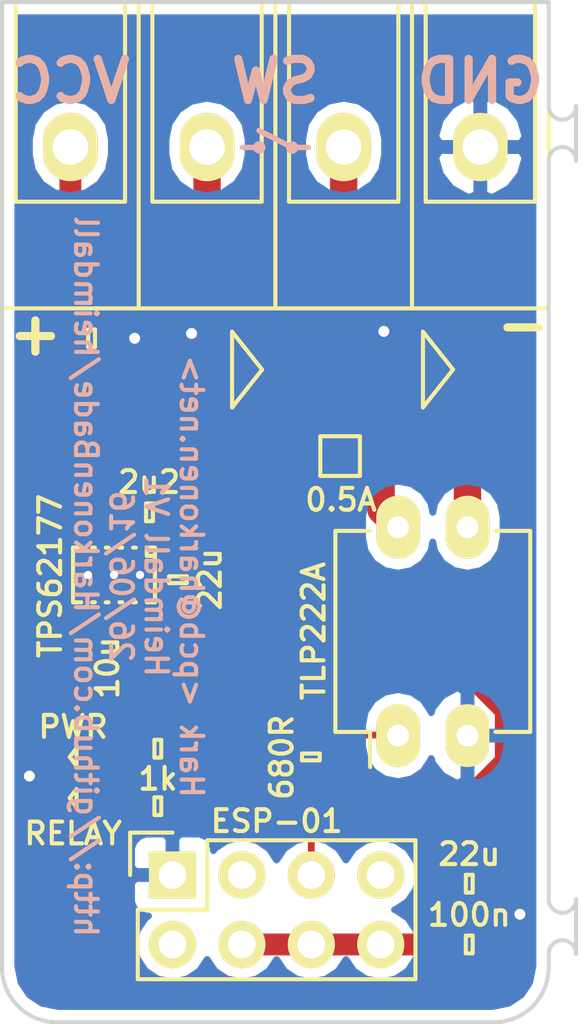
<source format=kicad_pcb>
(kicad_pcb (version 4) (host pcbnew 4.1.0-alpha+201606261446+6948~45~ubuntu16.04.1-product)

  (general
    (links 44)
    (no_connects 0)
    (area 99.924999 74.624999 121.075001 112.075001)
    (thickness 1.6)
    (drawings 25)
    (tracks 90)
    (zones 0)
    (modules 18)
    (nets 15)
  )

  (page A4)
  (layers
    (0 F.Cu signal)
    (31 B.Cu signal)
    (32 B.Adhes user)
    (33 F.Adhes user)
    (34 B.Paste user)
    (35 F.Paste user)
    (36 B.SilkS user)
    (37 F.SilkS user)
    (38 B.Mask user)
    (39 F.Mask user)
    (40 Dwgs.User user)
    (41 Cmts.User user)
    (42 Eco1.User user)
    (43 Eco2.User user)
    (44 Edge.Cuts user)
    (45 Margin user)
    (46 B.CrtYd user)
    (47 F.CrtYd user)
    (48 B.Fab user)
    (49 F.Fab user)
  )

  (setup
    (last_trace_width 0.25)
    (user_trace_width 0.1)
    (user_trace_width 0.2)
    (user_trace_width 0.3)
    (user_trace_width 0.5)
    (user_trace_width 0.8)
    (user_trace_width 1)
    (trace_clearance 0.2)
    (zone_clearance 0.2)
    (zone_45_only no)
    (trace_min 0.1)
    (segment_width 0.2)
    (edge_width 0.15)
    (via_size 0.6)
    (via_drill 0.4)
    (via_min_size 0.4)
    (via_min_drill 0.3)
    (uvia_size 0.3)
    (uvia_drill 0.1)
    (uvias_allowed no)
    (uvia_min_size 0.2)
    (uvia_min_drill 0.1)
    (pcb_text_width 0.3)
    (pcb_text_size 1.5 1.5)
    (mod_edge_width 0.15)
    (mod_text_size 0.8 0.8)
    (mod_text_width 0.15)
    (pad_size 0.3 0.3)
    (pad_drill 0.3)
    (pad_to_mask_clearance 0)
    (aux_axis_origin 0 0)
    (visible_elements 7FFFFF7F)
    (pcbplotparams
      (layerselection 0x00030_80000001)
      (usegerberextensions false)
      (excludeedgelayer true)
      (linewidth 0.100000)
      (plotframeref false)
      (viasonmask false)
      (mode 1)
      (useauxorigin false)
      (hpglpennumber 1)
      (hpglpenspeed 20)
      (hpglpendiameter 15)
      (psnegative false)
      (psa4output false)
      (plotreference true)
      (plotvalue true)
      (plotinvisibletext false)
      (padsonsilk false)
      (subtractmaskfromsilk false)
      (outputformat 1)
      (mirror false)
      (drillshape 1)
      (scaleselection 1)
      (outputdirectory ""))
  )

  (net 0 "")
  (net 1 GND)
  (net 2 +3V3)
  (net 3 /SW1)
  (net 4 "Net-(R1-Pad1)")
  (net 5 /RELAY_TRIGGER)
  (net 6 /SW0)
  (net 7 "Net-(L1-Pad1)")
  (net 8 /VIN)
  (net 9 "Net-(D3-Pad1)")
  (net 10 "Net-(U1-Pad2)")
  (net 11 "Net-(U1-Pad3)")
  (net 12 "Net-(U1-Pad7)")
  (net 13 "Net-(D2-Pad2)")
  (net 14 "Net-(D5-Pad2)")

  (net_class Default "This is the default net class."
    (clearance 0.2)
    (trace_width 0.25)
    (via_dia 0.6)
    (via_drill 0.4)
    (uvia_dia 0.3)
    (uvia_drill 0.1)
    (add_net +3V3)
    (add_net /RELAY_TRIGGER)
    (add_net /SW0)
    (add_net /SW1)
    (add_net /VIN)
    (add_net GND)
    (add_net "Net-(D2-Pad2)")
    (add_net "Net-(D3-Pad1)")
    (add_net "Net-(D5-Pad2)")
    (add_net "Net-(L1-Pad1)")
    (add_net "Net-(R1-Pad1)")
    (add_net "Net-(U1-Pad2)")
    (add_net "Net-(U1-Pad3)")
    (add_net "Net-(U1-Pad7)")
  )

  (module Housing_WSON:WSON-10 (layer F.Cu) (tedit 576FDB6A) (tstamp 5757993D)
    (at 105.09575 94.69625 270)
    (path /57581630)
    (fp_text reference U3 (at 0.9 3.45 270) (layer F.SilkS) hide
      (effects (font (size 0.8 0.8) (thickness 0.15)))
    )
    (fp_text value TPS62177 (at 0.98425 3.33375 90) (layer F.SilkS)
      (effects (font (size 0.8 0.8) (thickness 0.15)))
    )
    (fp_line (start 0.25 -0.5) (end 0.25 -0.2) (layer F.SilkS) (width 0.15))
    (fp_line (start 0.25 -0.2) (end -0.05 -0.2) (layer F.SilkS) (width 0.15))
    (fp_line (start -0.05 -0.2) (end -0.05 -0.5) (layer F.SilkS) (width 0.15))
    (fp_line (start -0.05 0.3) (end -0.05 0.2) (layer F.SilkS) (width 0.15))
    (fp_line (start -0.05 0.8) (end -0.05 0.7) (layer F.SilkS) (width 0.15))
    (fp_line (start -0.05 1.3) (end -0.05 1.2) (layer F.SilkS) (width 0.15))
    (fp_line (start -0.05 1.8) (end -0.05 1.7) (layer F.SilkS) (width 0.15))
    (fp_line (start 1.95 2.2) (end 1.95 2.5) (layer F.SilkS) (width 0.15))
    (fp_line (start 1.95 2.5) (end -0.05 2.5) (layer F.SilkS) (width 0.15))
    (fp_line (start -0.05 2.5) (end -0.05 2.2) (layer F.SilkS) (width 0.15))
    (fp_line (start 1.95 1.7) (end 1.95 1.8) (layer F.SilkS) (width 0.15))
    (fp_line (start 1.95 1.2) (end 1.95 1.3) (layer F.SilkS) (width 0.15))
    (fp_line (start 1.95 0.7) (end 1.95 0.8) (layer F.SilkS) (width 0.15))
    (fp_line (start 1.95 0.2) (end 1.95 0.3) (layer F.SilkS) (width 0.15))
    (fp_line (start -0.05 -0.5) (end 1.95 -0.5) (layer F.SilkS) (width 0.15))
    (fp_line (start 1.95 -0.5) (end 1.95 -0.2) (layer F.SilkS) (width 0.15))
    (pad "" smd rect (at 0.95 1.6 270) (size 0.84 1) (layers F.Paste))
    (pad 11 thru_hole circle (at 0.95 1.95 270) (size 0.3 0.3) (drill 0.3) (layers *.Cu)
      (net 1 GND) (zone_connect 2))
    (pad 11 thru_hole circle (at 0.95 0.05 270) (size 0.3 0.3) (drill 0.3) (layers *.Cu)
      (net 1 GND) (zone_connect 2))
    (pad 1 smd rect (at 0 0 270) (size 0.5 0.25) (layers F.Cu F.Paste F.Mask)
      (net 1 GND))
    (pad 11 smd rect (at 0.95 1 270) (size 0.84 2.4) (layers F.Cu F.Mask)
      (net 1 GND))
    (pad 6 smd rect (at 1.9 2 270) (size 0.5 0.25) (layers F.Cu F.Paste F.Mask)
      (net 1 GND))
    (pad 2 smd rect (at 0 0.5 270) (size 0.5 0.25) (layers F.Cu F.Paste F.Mask)
      (net 8 /VIN))
    (pad 3 smd rect (at 0 1 270) (size 0.5 0.25) (layers F.Cu F.Paste F.Mask)
      (net 8 /VIN))
    (pad 4 smd rect (at 0 1.5 270) (size 0.5 0.25) (layers F.Cu F.Paste F.Mask)
      (net 1 GND))
    (pad 5 smd rect (at 0 2 270) (size 0.5 0.25) (layers F.Cu F.Paste F.Mask)
      (net 1 GND))
    (pad 7 smd rect (at 1.9 1.5 270) (size 0.5 0.25) (layers F.Cu F.Paste F.Mask)
      (net 1 GND))
    (pad 8 smd rect (at 1.9 1 270) (size 0.5 0.25) (layers F.Cu F.Paste F.Mask)
      (net 2 +3V3))
    (pad 9 smd rect (at 1.9 0.5 270) (size 0.5 0.25) (layers F.Cu F.Paste F.Mask)
      (net 7 "Net-(L1-Pad1)"))
    (pad 10 smd rect (at 1.9 0 270) (size 0.5 0.25) (layers F.Cu F.Paste F.Mask)
      (net 2 +3V3))
    (pad 11 thru_hole circle (at 0.95 1 270) (size 0.3 0.3) (drill 0.3) (layers *.Cu)
      (net 1 GND) (zone_connect 2))
    (pad "" smd rect (at 0.95 0.4 270) (size 0.84 1) (layers F.Paste))
    (model ${KISYS3DMOD}/Housings_DFN_QFN.3dshapes/DFN-10-1EP_2x3mm_Pitch0.5mm.wrl
      (at (xyz 0.0374 -0.0394 0))
      (scale (xyz 1 1 1))
      (rotate (xyz 0 0 0))
    )
  )

  (module Wurth:WE-TPC (layer F.Cu) (tedit 57584424) (tstamp 575798E6)
    (at 106.08 99.0206 90)
    (path /575784F9)
    (fp_text reference L1 (at 0 2.6 90) (layer F.SilkS) hide
      (effects (font (size 0.8 0.8) (thickness 0.15)))
    )
    (fp_text value 10u (at -0.0254 -2.2225 90) (layer F.SilkS)
      (effects (font (size 0.8 0.8) (thickness 0.15)))
    )
    (fp_line (start 1.7 -1.7) (end -1.7 -1.7) (layer F.CrtYd) (width 0.05))
    (fp_line (start -1.7 -1.7) (end -1.7 1.7) (layer F.CrtYd) (width 0.05))
    (fp_line (start -1.7 1.7) (end 1.7 1.7) (layer F.CrtYd) (width 0.05))
    (fp_line (start 1.7 1.7) (end 1.7 -1.7) (layer F.CrtYd) (width 0.05))
    (pad 1 smd rect (at 0 -1.1 90) (size 3.2 1) (layers F.Cu F.Paste F.Mask)
      (net 7 "Net-(L1-Pad1)"))
    (pad 2 smd rect (at 0 1.1 90) (size 3.2 1) (layers F.Cu F.Paste F.Mask)
      (net 2 +3V3))
    (model ${KIPRJMOD}/hark-kicad/Wurth.pretty/WE-TPC.wrl
      (at (xyz 0 0 0))
      (scale (xyz 1 1 1))
      (rotate (xyz 0 0 -90))
    )
  )

  (module esp:ESP-01-NoSilk (layer F.Cu) (tedit 575863F0) (tstamp 5758447D)
    (at 110.0455 107.8865)
    (path /5756C8FA)
    (fp_text reference U1 (at 0 -8.636) (layer F.SilkS) hide
      (effects (font (size 0.8 0.8) (thickness 0.15)))
    )
    (fp_text value ESP-01 (at 0 -3.2385 -180) (layer F.SilkS)
      (effects (font (size 0.8 0.8) (thickness 0.15)))
    )
    (fp_line (start -5.56 -3.02) (end -5.56 3.03) (layer F.CrtYd) (width 0.05))
    (fp_line (start 5.59 -3.02) (end 5.59 3.03) (layer F.CrtYd) (width 0.05))
    (fp_line (start -5.56 -3.02) (end 5.59 -3.02) (layer F.CrtYd) (width 0.05))
    (fp_line (start -5.56 3.03) (end 5.59 3.03) (layer F.CrtYd) (width 0.05))
    (fp_line (start -2.54 -2.54) (end 5.08 -2.54) (layer F.SilkS) (width 0.15))
    (fp_line (start 5.08 -2.54) (end 5.08 2.54) (layer F.SilkS) (width 0.15))
    (fp_line (start 5.08 2.54) (end -5.08 2.54) (layer F.SilkS) (width 0.15))
    (fp_line (start -5.08 2.54) (end -5.08 0) (layer F.SilkS) (width 0.15))
    (fp_line (start -3.81 -2.82) (end -5.36 -2.82) (layer F.SilkS) (width 0.15))
    (fp_line (start -5.08 0) (end -2.54 0) (layer F.SilkS) (width 0.15))
    (fp_line (start -2.54 0) (end -2.54 -2.54) (layer F.SilkS) (width 0.15))
    (fp_line (start -5.36 -2.82) (end -5.36 -1.27) (layer F.SilkS) (width 0.15))
    (pad 1 thru_hole rect (at -3.81 -1.27) (size 1.7272 1.7272) (drill 1.016) (layers *.Cu *.Mask F.SilkS)
      (net 1 GND))
    (pad 2 thru_hole oval (at -3.81 1.27) (size 1.7272 1.7272) (drill 1.016) (layers *.Cu *.Mask F.SilkS)
      (net 10 "Net-(U1-Pad2)"))
    (pad 3 thru_hole oval (at -1.27 -1.27) (size 1.7272 1.7272) (drill 1.016) (layers *.Cu *.Mask F.SilkS)
      (net 11 "Net-(U1-Pad3)"))
    (pad 4 thru_hole oval (at -1.27 1.27) (size 1.7272 1.7272) (drill 1.016) (layers *.Cu *.Mask F.SilkS)
      (net 2 +3V3))
    (pad 5 thru_hole oval (at 1.27 -1.27) (size 1.7272 1.7272) (drill 1.016) (layers *.Cu *.Mask F.SilkS)
      (net 5 /RELAY_TRIGGER))
    (pad 6 thru_hole oval (at 1.27 1.27) (size 1.7272 1.7272) (drill 1.016) (layers *.Cu *.Mask F.SilkS)
      (net 2 +3V3))
    (pad 7 thru_hole oval (at 3.81 -1.27) (size 1.7272 1.7272) (drill 1.016) (layers *.Cu *.Mask F.SilkS)
      (net 12 "Net-(U1-Pad7)"))
    (pad 8 thru_hole oval (at 3.81 1.27) (size 1.7272 1.7272) (drill 1.016) (layers *.Cu *.Mask F.SilkS)
      (net 2 +3V3))
    (model Socket_Strips.3dshapes/Socket_Strip_Straight_2x04.wrl
      (at (xyz 0 0 0))
      (scale (xyz 1 1 1))
      (rotate (xyz 0 0 180))
    )
    (model ${KIPRJMOD}/hark-kicad/esp.pretty/esp-01.wrl
      (at (xyz 0 0 0.35))
      (scale (xyz 1 1 1))
      (rotate (xyz 0 0 0))
    )
  )

  (module agg:0603 (layer F.Cu) (tedit 57657563) (tstamp 5765EED3)
    (at 103.2764 86.995)
    (path /5738ACA8)
    (fp_text reference D1 (at -2.225 0 90) (layer F.Fab) hide
      (effects (font (size 0.8 0.8) (thickness 0.15)))
    )
    (fp_text value TVS_Small (at 2.225 0 90) (layer F.Fab) hide
      (effects (font (size 0.8 0.8) (thickness 0.15)))
    )
    (fp_line (start -0.8 -0.4) (end 0.8 -0.4) (layer F.Fab) (width 0.01))
    (fp_line (start 0.8 -0.4) (end 0.8 0.4) (layer F.Fab) (width 0.01))
    (fp_line (start 0.8 0.4) (end -0.8 0.4) (layer F.Fab) (width 0.01))
    (fp_line (start -0.8 0.4) (end -0.8 -0.4) (layer F.Fab) (width 0.01))
    (fp_line (start -0.45 -0.4) (end -0.45 0.4) (layer F.Fab) (width 0.01))
    (fp_line (start 0.45 -0.4) (end 0.45 0.4) (layer F.Fab) (width 0.01))
    (fp_line (start -0.125 -0.325) (end 0.125 -0.325) (layer F.SilkS) (width 0.15))
    (fp_line (start 0.125 -0.325) (end 0.125 0.325) (layer F.SilkS) (width 0.15))
    (fp_line (start 0.125 0.325) (end -0.125 0.325) (layer F.SilkS) (width 0.15))
    (fp_line (start -0.125 0.325) (end -0.125 -0.325) (layer F.SilkS) (width 0.15))
    (fp_line (start -1.55 -0.75) (end 1.55 -0.75) (layer F.CrtYd) (width 0.01))
    (fp_line (start 1.55 -0.75) (end 1.55 0.75) (layer F.CrtYd) (width 0.01))
    (fp_line (start 1.55 0.75) (end -1.55 0.75) (layer F.CrtYd) (width 0.01))
    (fp_line (start -1.55 0.75) (end -1.55 -0.75) (layer F.CrtYd) (width 0.01))
    (pad 1 smd rect (at -0.8 0) (size 0.95 1) (layers F.Cu F.Paste F.Mask)
      (net 8 /VIN))
    (pad 2 smd rect (at 0.8 0) (size 0.95 1) (layers F.Cu F.Paste F.Mask)
      (net 1 GND))
    (model ${KISYS3DMOD}/Resistors_SMD.3dshapes/R_0603.wrl
      (at (xyz 0 0 0))
      (scale (xyz 1 1 1))
      (rotate (xyz 0 0 0))
    )
  )

  (module agg:1206 (layer F.Cu) (tedit 57657571) (tstamp 5765EDB6)
    (at 112.3696 91.3)
    (path /5738AE1C)
    (fp_text reference F1 (at -3.025 0 90) (layer F.Fab) hide
      (effects (font (size 0.8 0.8) (thickness 0.15)))
    )
    (fp_text value 0.5A (at 0.0304 1.6 180) (layer F.SilkS)
      (effects (font (size 0.8 0.8) (thickness 0.15)))
    )
    (fp_line (start -1.6 -0.8) (end 1.6 -0.8) (layer F.Fab) (width 0.01))
    (fp_line (start 1.6 -0.8) (end 1.6 0.8) (layer F.Fab) (width 0.01))
    (fp_line (start 1.6 0.8) (end -1.6 0.8) (layer F.Fab) (width 0.01))
    (fp_line (start -1.6 0.8) (end -1.6 -0.8) (layer F.Fab) (width 0.01))
    (fp_line (start -1 -0.8) (end -1 0.8) (layer F.Fab) (width 0.01))
    (fp_line (start 1 -0.8) (end 1 0.8) (layer F.Fab) (width 0.01))
    (fp_line (start -0.725 -0.725) (end 0.725 -0.725) (layer F.SilkS) (width 0.15))
    (fp_line (start 0.725 -0.725) (end 0.725 0.725) (layer F.SilkS) (width 0.15))
    (fp_line (start 0.725 0.725) (end -0.725 0.725) (layer F.SilkS) (width 0.15))
    (fp_line (start -0.725 0.725) (end -0.725 -0.725) (layer F.SilkS) (width 0.15))
    (fp_line (start -2.35 -1.15) (end 2.35 -1.15) (layer F.CrtYd) (width 0.01))
    (fp_line (start 2.35 -1.15) (end 2.35 1.15) (layer F.CrtYd) (width 0.01))
    (fp_line (start 2.35 1.15) (end -2.35 1.15) (layer F.CrtYd) (width 0.01))
    (fp_line (start -2.35 1.15) (end -2.35 -1.15) (layer F.CrtYd) (width 0.01))
    (pad 1 smd rect (at -1.5 0) (size 1.15 1.8) (layers F.Cu F.Paste F.Mask)
      (net 9 "Net-(D3-Pad1)"))
    (pad 2 smd rect (at 1.5 0) (size 1.15 1.8) (layers F.Cu F.Paste F.Mask)
      (net 6 /SW0))
    (model ${KISYS3DMOD}/Resistors_SMD.3dshapes/R_1206.wrl
      (at (xyz 0 0 0))
      (scale (xyz 1 1 1))
      (rotate (xyz 0 0 0))
    )
  )

  (module agg:0603 (layer F.Cu) (tedit 5765758E) (tstamp 5765EE9A)
    (at 105.3942 93.3564)
    (path /575798A6)
    (fp_text reference C6 (at -2.225 0 90) (layer F.Fab) hide
      (effects (font (size 0.8 0.8) (thickness 0.15)))
    )
    (fp_text value 2u2 (at -0.0127 -1.1049) (layer F.SilkS)
      (effects (font (size 0.8 0.8) (thickness 0.15)))
    )
    (fp_line (start -0.8 -0.4) (end 0.8 -0.4) (layer F.Fab) (width 0.01))
    (fp_line (start 0.8 -0.4) (end 0.8 0.4) (layer F.Fab) (width 0.01))
    (fp_line (start 0.8 0.4) (end -0.8 0.4) (layer F.Fab) (width 0.01))
    (fp_line (start -0.8 0.4) (end -0.8 -0.4) (layer F.Fab) (width 0.01))
    (fp_line (start -0.45 -0.4) (end -0.45 0.4) (layer F.Fab) (width 0.01))
    (fp_line (start 0.45 -0.4) (end 0.45 0.4) (layer F.Fab) (width 0.01))
    (fp_line (start -0.125 -0.325) (end 0.125 -0.325) (layer F.SilkS) (width 0.15))
    (fp_line (start 0.125 -0.325) (end 0.125 0.325) (layer F.SilkS) (width 0.15))
    (fp_line (start 0.125 0.325) (end -0.125 0.325) (layer F.SilkS) (width 0.15))
    (fp_line (start -0.125 0.325) (end -0.125 -0.325) (layer F.SilkS) (width 0.15))
    (fp_line (start -1.55 -0.75) (end 1.55 -0.75) (layer F.CrtYd) (width 0.01))
    (fp_line (start 1.55 -0.75) (end 1.55 0.75) (layer F.CrtYd) (width 0.01))
    (fp_line (start 1.55 0.75) (end -1.55 0.75) (layer F.CrtYd) (width 0.01))
    (fp_line (start -1.55 0.75) (end -1.55 -0.75) (layer F.CrtYd) (width 0.01))
    (pad 1 smd rect (at -0.8 0) (size 0.95 1) (layers F.Cu F.Paste F.Mask)
      (net 8 /VIN))
    (pad 2 smd rect (at 0.8 0) (size 0.95 1) (layers F.Cu F.Paste F.Mask)
      (net 1 GND))
    (model ${KISYS3DMOD}/Resistors_SMD.3dshapes/R_0603.wrl
      (at (xyz 0 0 0))
      (scale (xyz 1 1 1))
      (rotate (xyz 0 0 0))
    )
  )

  (module agg:0603 (layer F.Cu) (tedit 5765759C) (tstamp 5765EDEF)
    (at 106.4356 95.8202 90)
    (path /57578604)
    (fp_text reference C1 (at -2.225 0 180) (layer F.Fab) hide
      (effects (font (size 0.8 0.8) (thickness 0.15)))
    )
    (fp_text value 22u (at 0.0127 1.1684 90) (layer F.SilkS)
      (effects (font (size 0.8 0.8) (thickness 0.15)))
    )
    (fp_line (start -0.8 -0.4) (end 0.8 -0.4) (layer F.Fab) (width 0.01))
    (fp_line (start 0.8 -0.4) (end 0.8 0.4) (layer F.Fab) (width 0.01))
    (fp_line (start 0.8 0.4) (end -0.8 0.4) (layer F.Fab) (width 0.01))
    (fp_line (start -0.8 0.4) (end -0.8 -0.4) (layer F.Fab) (width 0.01))
    (fp_line (start -0.45 -0.4) (end -0.45 0.4) (layer F.Fab) (width 0.01))
    (fp_line (start 0.45 -0.4) (end 0.45 0.4) (layer F.Fab) (width 0.01))
    (fp_line (start -0.125 -0.325) (end 0.125 -0.325) (layer F.SilkS) (width 0.15))
    (fp_line (start 0.125 -0.325) (end 0.125 0.325) (layer F.SilkS) (width 0.15))
    (fp_line (start 0.125 0.325) (end -0.125 0.325) (layer F.SilkS) (width 0.15))
    (fp_line (start -0.125 0.325) (end -0.125 -0.325) (layer F.SilkS) (width 0.15))
    (fp_line (start -1.55 -0.75) (end 1.55 -0.75) (layer F.CrtYd) (width 0.01))
    (fp_line (start 1.55 -0.75) (end 1.55 0.75) (layer F.CrtYd) (width 0.01))
    (fp_line (start 1.55 0.75) (end -1.55 0.75) (layer F.CrtYd) (width 0.01))
    (fp_line (start -1.55 0.75) (end -1.55 -0.75) (layer F.CrtYd) (width 0.01))
    (pad 1 smd rect (at -0.8 0 90) (size 0.95 1) (layers F.Cu F.Paste F.Mask)
      (net 2 +3V3))
    (pad 2 smd rect (at 0.8 0 90) (size 0.95 1) (layers F.Cu F.Paste F.Mask)
      (net 1 GND))
    (model ${KISYS3DMOD}/Resistors_SMD.3dshapes/R_0603.wrl
      (at (xyz 0 0 0))
      (scale (xyz 1 1 1))
      (rotate (xyz 0 0 0))
    )
  )

  (module agg:0603 (layer F.Cu) (tedit 576575AB) (tstamp 5765EF0C)
    (at 111.3 102.3 270)
    (path /573AE1A8)
    (fp_text reference R1 (at -2.225 0) (layer F.Fab) hide
      (effects (font (size 0.8 0.8) (thickness 0.15)))
    )
    (fp_text value 680R (at 0.0127 1.0668 270) (layer F.SilkS)
      (effects (font (size 0.8 0.8) (thickness 0.15)))
    )
    (fp_line (start -0.8 -0.4) (end 0.8 -0.4) (layer F.Fab) (width 0.01))
    (fp_line (start 0.8 -0.4) (end 0.8 0.4) (layer F.Fab) (width 0.01))
    (fp_line (start 0.8 0.4) (end -0.8 0.4) (layer F.Fab) (width 0.01))
    (fp_line (start -0.8 0.4) (end -0.8 -0.4) (layer F.Fab) (width 0.01))
    (fp_line (start -0.45 -0.4) (end -0.45 0.4) (layer F.Fab) (width 0.01))
    (fp_line (start 0.45 -0.4) (end 0.45 0.4) (layer F.Fab) (width 0.01))
    (fp_line (start -0.125 -0.325) (end 0.125 -0.325) (layer F.SilkS) (width 0.15))
    (fp_line (start 0.125 -0.325) (end 0.125 0.325) (layer F.SilkS) (width 0.15))
    (fp_line (start 0.125 0.325) (end -0.125 0.325) (layer F.SilkS) (width 0.15))
    (fp_line (start -0.125 0.325) (end -0.125 -0.325) (layer F.SilkS) (width 0.15))
    (fp_line (start -1.55 -0.75) (end 1.55 -0.75) (layer F.CrtYd) (width 0.01))
    (fp_line (start 1.55 -0.75) (end 1.55 0.75) (layer F.CrtYd) (width 0.01))
    (fp_line (start 1.55 0.75) (end -1.55 0.75) (layer F.CrtYd) (width 0.01))
    (fp_line (start -1.55 0.75) (end -1.55 -0.75) (layer F.CrtYd) (width 0.01))
    (pad 1 smd rect (at -0.8 0 270) (size 0.95 1) (layers F.Cu F.Paste F.Mask)
      (net 4 "Net-(R1-Pad1)"))
    (pad 2 smd rect (at 0.8 0 270) (size 0.95 1) (layers F.Cu F.Paste F.Mask)
      (net 5 /RELAY_TRIGGER))
    (model ${KISYS3DMOD}/Resistors_SMD.3dshapes/R_0603.wrl
      (at (xyz 0 0 0))
      (scale (xyz 1 1 1))
      (rotate (xyz 0 0 0))
    )
  )

  (module agg:0603 (layer F.Cu) (tedit 576575BB) (tstamp 5765EE61)
    (at 117.094 106.934)
    (path /573BA3A0)
    (fp_text reference C5 (at -2.225 0 90) (layer F.Fab) hide
      (effects (font (size 0.8 0.8) (thickness 0.15)))
    )
    (fp_text value 22u (at 0 -1.0795) (layer F.SilkS)
      (effects (font (size 0.8 0.8) (thickness 0.15)))
    )
    (fp_line (start -0.8 -0.4) (end 0.8 -0.4) (layer F.Fab) (width 0.01))
    (fp_line (start 0.8 -0.4) (end 0.8 0.4) (layer F.Fab) (width 0.01))
    (fp_line (start 0.8 0.4) (end -0.8 0.4) (layer F.Fab) (width 0.01))
    (fp_line (start -0.8 0.4) (end -0.8 -0.4) (layer F.Fab) (width 0.01))
    (fp_line (start -0.45 -0.4) (end -0.45 0.4) (layer F.Fab) (width 0.01))
    (fp_line (start 0.45 -0.4) (end 0.45 0.4) (layer F.Fab) (width 0.01))
    (fp_line (start -0.125 -0.325) (end 0.125 -0.325) (layer F.SilkS) (width 0.15))
    (fp_line (start 0.125 -0.325) (end 0.125 0.325) (layer F.SilkS) (width 0.15))
    (fp_line (start 0.125 0.325) (end -0.125 0.325) (layer F.SilkS) (width 0.15))
    (fp_line (start -0.125 0.325) (end -0.125 -0.325) (layer F.SilkS) (width 0.15))
    (fp_line (start -1.55 -0.75) (end 1.55 -0.75) (layer F.CrtYd) (width 0.01))
    (fp_line (start 1.55 -0.75) (end 1.55 0.75) (layer F.CrtYd) (width 0.01))
    (fp_line (start 1.55 0.75) (end -1.55 0.75) (layer F.CrtYd) (width 0.01))
    (fp_line (start -1.55 0.75) (end -1.55 -0.75) (layer F.CrtYd) (width 0.01))
    (pad 1 smd rect (at -0.8 0) (size 0.95 1) (layers F.Cu F.Paste F.Mask)
      (net 2 +3V3))
    (pad 2 smd rect (at 0.8 0) (size 0.95 1) (layers F.Cu F.Paste F.Mask)
      (net 1 GND))
    (model ${KISYS3DMOD}/Resistors_SMD.3dshapes/R_0603.wrl
      (at (xyz 0 0 0))
      (scale (xyz 1 1 1))
      (rotate (xyz 0 0 0))
    )
  )

  (module agg:0603 (layer F.Cu) (tedit 576575CA) (tstamp 5765EE28)
    (at 117.094 109.1565)
    (path /573BA392)
    (fp_text reference C4 (at -2.225 0 90) (layer F.Fab) hide
      (effects (font (size 0.8 0.8) (thickness 0.15)))
    )
    (fp_text value 100n (at 0 -1.0795) (layer F.SilkS)
      (effects (font (size 0.8 0.8) (thickness 0.15)))
    )
    (fp_line (start -0.8 -0.4) (end 0.8 -0.4) (layer F.Fab) (width 0.01))
    (fp_line (start 0.8 -0.4) (end 0.8 0.4) (layer F.Fab) (width 0.01))
    (fp_line (start 0.8 0.4) (end -0.8 0.4) (layer F.Fab) (width 0.01))
    (fp_line (start -0.8 0.4) (end -0.8 -0.4) (layer F.Fab) (width 0.01))
    (fp_line (start -0.45 -0.4) (end -0.45 0.4) (layer F.Fab) (width 0.01))
    (fp_line (start 0.45 -0.4) (end 0.45 0.4) (layer F.Fab) (width 0.01))
    (fp_line (start -0.125 -0.325) (end 0.125 -0.325) (layer F.SilkS) (width 0.15))
    (fp_line (start 0.125 -0.325) (end 0.125 0.325) (layer F.SilkS) (width 0.15))
    (fp_line (start 0.125 0.325) (end -0.125 0.325) (layer F.SilkS) (width 0.15))
    (fp_line (start -0.125 0.325) (end -0.125 -0.325) (layer F.SilkS) (width 0.15))
    (fp_line (start -1.55 -0.75) (end 1.55 -0.75) (layer F.CrtYd) (width 0.01))
    (fp_line (start 1.55 -0.75) (end 1.55 0.75) (layer F.CrtYd) (width 0.01))
    (fp_line (start 1.55 0.75) (end -1.55 0.75) (layer F.CrtYd) (width 0.01))
    (fp_line (start -1.55 0.75) (end -1.55 -0.75) (layer F.CrtYd) (width 0.01))
    (pad 1 smd rect (at -0.8 0) (size 0.95 1) (layers F.Cu F.Paste F.Mask)
      (net 2 +3V3))
    (pad 2 smd rect (at 0.8 0) (size 0.95 1) (layers F.Cu F.Paste F.Mask)
      (net 1 GND))
    (model ${KISYS3DMOD}/Resistors_SMD.3dshapes/R_0603.wrl
      (at (xyz 0 0 0))
      (scale (xyz 1 1 1))
      (rotate (xyz 0 0 0))
    )
  )

  (module Housings_DIP:DIP-4_W7.62mm_LongPads (layer F.Cu) (tedit 576FD74A) (tstamp 576F9F75)
    (at 114.4905 101.52 90)
    (descr "4-lead dip package, row spacing 7.62 mm (300 mils), longer pads")
    (tags "dil dip 2.54 300")
    (path /5738A7E1)
    (fp_text reference U2 (at 0 -5.22 90) (layer F.SilkS) hide
      (effects (font (size 0.8 0.8) (thickness 0.15)))
    )
    (fp_text value TLP222A (at 3.82 -3.0905 270) (layer F.SilkS)
      (effects (font (size 0.8 0.8) (thickness 0.15)))
    )
    (fp_line (start -1.4 -2.45) (end -1.4 5) (layer F.CrtYd) (width 0.05))
    (fp_line (start 9 -2.45) (end 9 5) (layer F.CrtYd) (width 0.05))
    (fp_line (start -1.4 -2.45) (end 9 -2.45) (layer F.CrtYd) (width 0.05))
    (fp_line (start -1.4 5) (end 9 5) (layer F.CrtYd) (width 0.05))
    (fp_line (start 0.135 -2.295) (end 0.135 -1.025) (layer F.SilkS) (width 0.15))
    (fp_line (start 7.485 -2.295) (end 7.485 -1.025) (layer F.SilkS) (width 0.15))
    (fp_line (start 7.485 4.835) (end 7.485 3.565) (layer F.SilkS) (width 0.15))
    (fp_line (start 0.135 4.835) (end 0.135 3.565) (layer F.SilkS) (width 0.15))
    (fp_line (start 0.135 -2.295) (end 7.485 -2.295) (layer F.SilkS) (width 0.15))
    (fp_line (start 0.135 4.835) (end 7.485 4.835) (layer F.SilkS) (width 0.15))
    (fp_line (start 0.135 -1.025) (end -1.15 -1.025) (layer F.SilkS) (width 0.15))
    (pad 1 thru_hole oval (at 0 0 90) (size 2.3 1.6) (drill 0.8) (layers *.Cu *.Mask F.SilkS)
      (net 4 "Net-(R1-Pad1)"))
    (pad 2 thru_hole oval (at 0 2.54 90) (size 2.3 1.6) (drill 0.8) (layers *.Cu *.Mask F.SilkS)
      (net 1 GND))
    (pad 3 thru_hole oval (at 7.62 2.54 90) (size 2.3 1.6) (drill 0.8) (layers *.Cu *.Mask F.SilkS)
      (net 3 /SW1))
    (pad 4 thru_hole oval (at 7.62 0 90) (size 2.3 1.6) (drill 0.8) (layers *.Cu *.Mask F.SilkS)
      (net 6 /SW0))
    (model Housings_DIP.3dshapes/DIP-4_W7.62mm_LongPads.wrl
      (at (xyz 0 0 0))
      (scale (xyz 1 1 1))
      (rotate (xyz 0 0 0))
    )
  )

  (module agg:0603-LED (layer F.Cu) (tedit 576FD7C9) (tstamp 577000E6)
    (at 102.6 102.3)
    (path /576FD870)
    (fp_text reference D2 (at -2.225 0 90) (layer F.Fab) hide
      (effects (font (size 0.8 0.8) (thickness 0.15)))
    )
    (fp_text value PWR (at 0 -1.1 180) (layer F.SilkS)
      (effects (font (size 0.8 0.8) (thickness 0.15)))
    )
    (fp_line (start -0.8 -0.4) (end 0.8 -0.4) (layer F.Fab) (width 0.01))
    (fp_line (start 0.8 -0.4) (end 0.8 0.4) (layer F.Fab) (width 0.01))
    (fp_line (start 0.8 0.4) (end -0.8 0.4) (layer F.Fab) (width 0.01))
    (fp_line (start -0.8 0.4) (end -0.8 -0.4) (layer F.Fab) (width 0.01))
    (fp_line (start -0.4 -0.4) (end -0.4 0.4) (layer F.Fab) (width 0.01))
    (fp_line (start -0.55 -0.4) (end -0.55 0.4) (layer F.Fab) (width 0.01))
    (fp_line (start 0.55 -0.4) (end 0.55 0.4) (layer F.Fab) (width 0.01))
    (fp_line (start -0.125 0) (end 0.125 -0.325) (layer F.SilkS) (width 0.15))
    (fp_line (start -0.125 0) (end 0.125 0.325) (layer F.SilkS) (width 0.15))
    (fp_line (start 0.125 -0.325) (end 0.125 0.325) (layer F.SilkS) (width 0.15))
    (fp_line (start -1.55 -0.75) (end 1.55 -0.75) (layer F.CrtYd) (width 0.01))
    (fp_line (start 1.55 -0.75) (end 1.55 0.75) (layer F.CrtYd) (width 0.01))
    (fp_line (start 1.55 0.75) (end -1.55 0.75) (layer F.CrtYd) (width 0.01))
    (fp_line (start -1.55 0.75) (end -1.55 -0.75) (layer F.CrtYd) (width 0.01))
    (pad 1 smd rect (at -0.8 0) (size 0.95 1) (layers F.Cu F.Paste F.Mask)
      (net 1 GND))
    (pad 2 smd rect (at 0.8 0) (size 0.95 1) (layers F.Cu F.Paste F.Mask)
      (net 13 "Net-(D2-Pad2)"))
    (model ${KISYS3DMOD}/LEDs.3dshapes/LED_0603.wrl
      (at (xyz 0 0 0))
      (scale (xyz 1 1 1))
      (rotate (xyz 0 0 180))
    )
  )

  (module agg:0603-LED (layer F.Cu) (tedit 576FD7CF) (tstamp 57700120)
    (at 102.6 103.8)
    (path /576FD9DA)
    (fp_text reference D5 (at -2.225 0 90) (layer F.Fab) hide
      (effects (font (size 0.8 0.8) (thickness 0.15)))
    )
    (fp_text value RELAY (at 0 1.3 180) (layer F.SilkS)
      (effects (font (size 0.8 0.8) (thickness 0.15)))
    )
    (fp_line (start -0.8 -0.4) (end 0.8 -0.4) (layer F.Fab) (width 0.01))
    (fp_line (start 0.8 -0.4) (end 0.8 0.4) (layer F.Fab) (width 0.01))
    (fp_line (start 0.8 0.4) (end -0.8 0.4) (layer F.Fab) (width 0.01))
    (fp_line (start -0.8 0.4) (end -0.8 -0.4) (layer F.Fab) (width 0.01))
    (fp_line (start -0.4 -0.4) (end -0.4 0.4) (layer F.Fab) (width 0.01))
    (fp_line (start -0.55 -0.4) (end -0.55 0.4) (layer F.Fab) (width 0.01))
    (fp_line (start 0.55 -0.4) (end 0.55 0.4) (layer F.Fab) (width 0.01))
    (fp_line (start -0.125 0) (end 0.125 -0.325) (layer F.SilkS) (width 0.15))
    (fp_line (start -0.125 0) (end 0.125 0.325) (layer F.SilkS) (width 0.15))
    (fp_line (start 0.125 -0.325) (end 0.125 0.325) (layer F.SilkS) (width 0.15))
    (fp_line (start -1.55 -0.75) (end 1.55 -0.75) (layer F.CrtYd) (width 0.01))
    (fp_line (start 1.55 -0.75) (end 1.55 0.75) (layer F.CrtYd) (width 0.01))
    (fp_line (start 1.55 0.75) (end -1.55 0.75) (layer F.CrtYd) (width 0.01))
    (fp_line (start -1.55 0.75) (end -1.55 -0.75) (layer F.CrtYd) (width 0.01))
    (pad 1 smd rect (at -0.8 0) (size 0.95 1) (layers F.Cu F.Paste F.Mask)
      (net 1 GND))
    (pad 2 smd rect (at 0.8 0) (size 0.95 1) (layers F.Cu F.Paste F.Mask)
      (net 14 "Net-(D5-Pad2)"))
    (model ${KISYS3DMOD}/LEDs.3dshapes/LED_0603.wrl
      (at (xyz 0 0 0))
      (scale (xyz 1 1 1))
      (rotate (xyz 0 0 180))
    )
  )

  (module agg:0603 (layer F.Cu) (tedit 576FD800) (tstamp 577001A6)
    (at 105.7 104.1)
    (path /576FD9C7)
    (fp_text reference R3 (at -2.225 0 90) (layer F.Fab) hide
      (effects (font (size 0.8 0.8) (thickness 0.15)))
    )
    (fp_text value 1k (at 0 -1 180) (layer F.SilkS)
      (effects (font (size 0.8 0.8) (thickness 0.15)))
    )
    (fp_line (start -0.8 -0.4) (end 0.8 -0.4) (layer F.Fab) (width 0.01))
    (fp_line (start 0.8 -0.4) (end 0.8 0.4) (layer F.Fab) (width 0.01))
    (fp_line (start 0.8 0.4) (end -0.8 0.4) (layer F.Fab) (width 0.01))
    (fp_line (start -0.8 0.4) (end -0.8 -0.4) (layer F.Fab) (width 0.01))
    (fp_line (start -0.45 -0.4) (end -0.45 0.4) (layer F.Fab) (width 0.01))
    (fp_line (start 0.45 -0.4) (end 0.45 0.4) (layer F.Fab) (width 0.01))
    (fp_line (start -0.125 -0.325) (end 0.125 -0.325) (layer F.SilkS) (width 0.15))
    (fp_line (start 0.125 -0.325) (end 0.125 0.325) (layer F.SilkS) (width 0.15))
    (fp_line (start 0.125 0.325) (end -0.125 0.325) (layer F.SilkS) (width 0.15))
    (fp_line (start -0.125 0.325) (end -0.125 -0.325) (layer F.SilkS) (width 0.15))
    (fp_line (start -1.55 -0.75) (end 1.55 -0.75) (layer F.CrtYd) (width 0.01))
    (fp_line (start 1.55 -0.75) (end 1.55 0.75) (layer F.CrtYd) (width 0.01))
    (fp_line (start 1.55 0.75) (end -1.55 0.75) (layer F.CrtYd) (width 0.01))
    (fp_line (start -1.55 0.75) (end -1.55 -0.75) (layer F.CrtYd) (width 0.01))
    (pad 1 smd rect (at -0.8 0) (size 0.95 1) (layers F.Cu F.Paste F.Mask)
      (net 14 "Net-(D5-Pad2)"))
    (pad 2 smd rect (at 0.8 0) (size 0.95 1) (layers F.Cu F.Paste F.Mask)
      (net 5 /RELAY_TRIGGER))
    (model ${KISYS3DMOD}/Resistors_SMD.3dshapes/R_0603.wrl
      (at (xyz 0 0 0))
      (scale (xyz 1 1 1))
      (rotate (xyz 0 0 0))
    )
  )

  (module agg:0603 (layer F.Cu) (tedit 576FD813) (tstamp 577001E0)
    (at 105.7 102)
    (path /576FD8D4)
    (fp_text reference R2 (at -2.225 0 90) (layer F.Fab) hide
      (effects (font (size 0.8 0.8) (thickness 0.15)))
    )
    (fp_text value 1k (at 0 -1.1) (layer F.SilkS) hide
      (effects (font (size 0.8 0.8) (thickness 0.15)))
    )
    (fp_line (start -0.8 -0.4) (end 0.8 -0.4) (layer F.Fab) (width 0.01))
    (fp_line (start 0.8 -0.4) (end 0.8 0.4) (layer F.Fab) (width 0.01))
    (fp_line (start 0.8 0.4) (end -0.8 0.4) (layer F.Fab) (width 0.01))
    (fp_line (start -0.8 0.4) (end -0.8 -0.4) (layer F.Fab) (width 0.01))
    (fp_line (start -0.45 -0.4) (end -0.45 0.4) (layer F.Fab) (width 0.01))
    (fp_line (start 0.45 -0.4) (end 0.45 0.4) (layer F.Fab) (width 0.01))
    (fp_line (start -0.125 -0.325) (end 0.125 -0.325) (layer F.SilkS) (width 0.15))
    (fp_line (start 0.125 -0.325) (end 0.125 0.325) (layer F.SilkS) (width 0.15))
    (fp_line (start 0.125 0.325) (end -0.125 0.325) (layer F.SilkS) (width 0.15))
    (fp_line (start -0.125 0.325) (end -0.125 -0.325) (layer F.SilkS) (width 0.15))
    (fp_line (start -1.55 -0.75) (end 1.55 -0.75) (layer F.CrtYd) (width 0.01))
    (fp_line (start 1.55 -0.75) (end 1.55 0.75) (layer F.CrtYd) (width 0.01))
    (fp_line (start 1.55 0.75) (end -1.55 0.75) (layer F.CrtYd) (width 0.01))
    (fp_line (start -1.55 0.75) (end -1.55 -0.75) (layer F.CrtYd) (width 0.01))
    (pad 1 smd rect (at -0.8 0) (size 0.95 1) (layers F.Cu F.Paste F.Mask)
      (net 13 "Net-(D2-Pad2)"))
    (pad 2 smd rect (at 0.8 0) (size 0.95 1) (layers F.Cu F.Paste F.Mask)
      (net 2 +3V3))
    (model ${KISYS3DMOD}/Resistors_SMD.3dshapes/R_0603.wrl
      (at (xyz 0 0 0))
      (scale (xyz 1 1 1))
      (rotate (xyz 0 0 0))
    )
  )

  (module agg:DO-214AC-SMA (layer F.Cu) (tedit 5771327E) (tstamp 57717EC8)
    (at 108.966 88.138 180)
    (path /5738ADCF)
    (fp_text reference D3 (at -4.2 0 270) (layer F.Fab) hide
      (effects (font (size 1 1) (thickness 0.15)))
    )
    (fp_text value TVS_Small (at 4.2 0 270) (layer F.Fab) hide
      (effects (font (size 1 1) (thickness 0.15)))
    )
    (fp_line (start -2.3 -1.46) (end 2.3 -1.46) (layer F.Fab) (width 0.01))
    (fp_line (start 2.3 -1.46) (end 2.3 1.46) (layer F.Fab) (width 0.01))
    (fp_line (start 2.3 1.46) (end -2.3 1.46) (layer F.Fab) (width 0.01))
    (fp_line (start -2.3 1.46) (end -2.3 -1.46) (layer F.Fab) (width 0.01))
    (fp_line (start -1.15 -1.46) (end -1.15 1.46) (layer F.Fab) (width 0.01))
    (fp_line (start -2.8 -0.815) (end -2.8 0.815) (layer F.Fab) (width 0.01))
    (fp_line (start -2.8 -0.815) (end -2.3 -0.815) (layer F.Fab) (width 0.01))
    (fp_line (start -2.8 0.815) (end -2.3 0.815) (layer F.Fab) (width 0.01))
    (fp_line (start 2.8 -0.815) (end 2.8 0.815) (layer F.Fab) (width 0.01))
    (fp_line (start 2.8 -0.815) (end 2.3 -0.815) (layer F.Fab) (width 0.01))
    (fp_line (start 2.8 0.815) (end 2.3 0.815) (layer F.Fab) (width 0.01))
    (fp_line (start -0.55 0) (end 0.55 -1.385) (layer F.SilkS) (width 0.15))
    (fp_line (start -0.55 0) (end 0.55 1.385) (layer F.SilkS) (width 0.15))
    (fp_line (start 0.55 -1.385) (end 0.55 1.385) (layer F.SilkS) (width 0.15))
    (fp_line (start -3.5 -1.75) (end 3.5 -1.75) (layer F.CrtYd) (width 0.01))
    (fp_line (start 3.5 -1.75) (end 3.5 1.75) (layer F.CrtYd) (width 0.01))
    (fp_line (start 3.5 1.75) (end -3.5 1.75) (layer F.CrtYd) (width 0.01))
    (fp_line (start -3.5 1.75) (end -3.5 -1.75) (layer F.CrtYd) (width 0.01))
    (pad 1 smd rect (at -2 0 180) (size 2.5 1.7) (layers F.Cu F.Paste F.Mask)
      (net 9 "Net-(D3-Pad1)"))
    (pad 2 smd rect (at 2 0 180) (size 2.5 1.7) (layers F.Cu F.Paste F.Mask)
      (net 1 GND))
    (model ${KISYS3DMOD}/Diodes_SMD.3dshapes/SMA_Standard.wrl
      (at (xyz 0 0 0))
      (scale (xyz 0.3937 0.3937 0.3937))
      (rotate (xyz 0 0 180))
    )
  )

  (module agg:DO-214AC-SMA (layer F.Cu) (tedit 57713282) (tstamp 57717F0D)
    (at 115.951 88.138 180)
    (path /5738AE05)
    (fp_text reference D4 (at -4.2 0 270) (layer F.Fab) hide
      (effects (font (size 1 1) (thickness 0.15)))
    )
    (fp_text value TVS_Small (at 4.2 0 270) (layer F.Fab) hide
      (effects (font (size 1 1) (thickness 0.15)))
    )
    (fp_line (start -2.3 -1.46) (end 2.3 -1.46) (layer F.Fab) (width 0.01))
    (fp_line (start 2.3 -1.46) (end 2.3 1.46) (layer F.Fab) (width 0.01))
    (fp_line (start 2.3 1.46) (end -2.3 1.46) (layer F.Fab) (width 0.01))
    (fp_line (start -2.3 1.46) (end -2.3 -1.46) (layer F.Fab) (width 0.01))
    (fp_line (start -1.15 -1.46) (end -1.15 1.46) (layer F.Fab) (width 0.01))
    (fp_line (start -2.8 -0.815) (end -2.8 0.815) (layer F.Fab) (width 0.01))
    (fp_line (start -2.8 -0.815) (end -2.3 -0.815) (layer F.Fab) (width 0.01))
    (fp_line (start -2.8 0.815) (end -2.3 0.815) (layer F.Fab) (width 0.01))
    (fp_line (start 2.8 -0.815) (end 2.8 0.815) (layer F.Fab) (width 0.01))
    (fp_line (start 2.8 -0.815) (end 2.3 -0.815) (layer F.Fab) (width 0.01))
    (fp_line (start 2.8 0.815) (end 2.3 0.815) (layer F.Fab) (width 0.01))
    (fp_line (start -0.55 0) (end 0.55 -1.385) (layer F.SilkS) (width 0.15))
    (fp_line (start -0.55 0) (end 0.55 1.385) (layer F.SilkS) (width 0.15))
    (fp_line (start 0.55 -1.385) (end 0.55 1.385) (layer F.SilkS) (width 0.15))
    (fp_line (start -3.5 -1.75) (end 3.5 -1.75) (layer F.CrtYd) (width 0.01))
    (fp_line (start 3.5 -1.75) (end 3.5 1.75) (layer F.CrtYd) (width 0.01))
    (fp_line (start 3.5 1.75) (end -3.5 1.75) (layer F.CrtYd) (width 0.01))
    (fp_line (start -3.5 1.75) (end -3.5 -1.75) (layer F.CrtYd) (width 0.01))
    (pad 1 smd rect (at -2 0 180) (size 2.5 1.7) (layers F.Cu F.Paste F.Mask)
      (net 3 /SW1))
    (pad 2 smd rect (at 2 0 180) (size 2.5 1.7) (layers F.Cu F.Paste F.Mask)
      (net 1 GND))
    (model ${KISYS3DMOD}/Diodes_SMD.3dshapes/SMA_Standard.wrl
      (at (xyz 0 0 0))
      (scale (xyz 0.3937 0.3937 0.3937))
      (rotate (xyz 0 0 180))
    )
  )

  (module footprints:MKDS-4 locked (layer F.Cu) (tedit 57715806) (tstamp 5771AEBB)
    (at 102.5 80)
    (path /5738A56E)
    (fp_text reference P1 (at 7.5 6.8) (layer F.SilkS) hide
      (effects (font (size 1 1) (thickness 0.15)))
    )
    (fp_text value CONN (at 7.5 -6.1) (layer F.Fab) hide
      (effects (font (size 1 1) (thickness 0.15)))
    )
    (fp_line (start 17 2) (end 17 -5.3) (layer F.SilkS) (width 0.15))
    (fp_line (start 13 2) (end 17 2) (layer F.SilkS) (width 0.15))
    (fp_line (start 13 -5.3) (end 13 2) (layer F.SilkS) (width 0.15))
    (fp_line (start 12 2) (end 12 -5.3) (layer F.SilkS) (width 0.15))
    (fp_line (start 8 2) (end 12 2) (layer F.SilkS) (width 0.15))
    (fp_line (start 8 -5.3) (end 8 2) (layer F.SilkS) (width 0.15))
    (fp_line (start 7 2) (end 7 -5.3) (layer F.SilkS) (width 0.15))
    (fp_line (start 3 2) (end 7 2) (layer F.SilkS) (width 0.15))
    (fp_line (start 3 -5.3) (end 3 2) (layer F.SilkS) (width 0.15))
    (fp_line (start 2 2) (end 2 -5.3) (layer F.SilkS) (width 0.15))
    (fp_line (start -2 2) (end 2 2) (layer F.SilkS) (width 0.15))
    (fp_line (start -2 -5.3) (end -2 2) (layer F.SilkS) (width 0.15))
    (fp_line (start 12.5 -5.3) (end 12.5 5.9) (layer F.SilkS) (width 0.15))
    (fp_line (start 7.5 -5.3) (end 7.5 5.9) (layer F.SilkS) (width 0.15))
    (fp_line (start 2.5 -5.3) (end 2.5 5.9) (layer F.SilkS) (width 0.15))
    (fp_line (start -2.5 5.9) (end -2.5 -5.3) (layer F.SilkS) (width 0.15))
    (fp_line (start 17.5 5.9) (end -2.5 5.9) (layer F.SilkS) (width 0.15))
    (fp_line (start 17.5 -5.3) (end 17.5 5.9) (layer F.SilkS) (width 0.15))
    (fp_line (start -2.5 -5.3) (end 17.5 -5.3) (layer F.SilkS) (width 0.15))
    (pad 1 thru_hole oval (at 0 0) (size 2 2.5) (drill 1.3) (layers *.Cu *.Mask F.SilkS)
      (net 8 /VIN))
    (pad 2 thru_hole oval (at 5 0) (size 2 2.5) (drill 1.3) (layers *.Cu *.Mask F.SilkS)
      (net 9 "Net-(D3-Pad1)"))
    (pad 3 thru_hole oval (at 10 0) (size 2 2.5) (drill 1.3) (layers *.Cu *.Mask F.SilkS)
      (net 3 /SW1))
    (pad 4 thru_hole oval (at 15 0) (size 2 2.5) (drill 1.3) (layers *.Cu *.Mask F.SilkS)
      (net 1 GND))
    (model ${KIPRJMOD}/footprints.pretty/MKDS-4.wrl
      (at (xyz 0 0 0))
      (scale (xyz 1 1 1))
      (rotate (xyz 0 0 0))
    )
  )

  (gr_line (start 121 107.5) (end 121 109.5) (layer Edge.Cuts) (width 0.15))
  (gr_line (start 121 78.5) (end 121 80.5) (layer Edge.Cuts) (width 0.15))
  (gr_arc (start 120.5 109.5) (end 120 109.5) (angle 180) (layer Edge.Cuts) (width 0.15))
  (gr_arc (start 120.5 107.5) (end 121 107.5) (angle 180) (layer Edge.Cuts) (width 0.15))
  (gr_arc (start 120.5 80.5) (end 120 80.5) (angle 180) (layer Edge.Cuts) (width 0.15))
  (gr_arc (start 120.5 78.5) (end 121 78.5) (angle 180) (layer Edge.Cuts) (width 0.15))
  (gr_line (start 120 107.5) (end 120 80.5) (layer Edge.Cuts) (width 0.15))
  (gr_line (start 120 74.7) (end 120 78.5) (layer Edge.Cuts) (width 0.15))
  (gr_line (start 120 110) (end 120 109.5) (layer Edge.Cuts) (width 0.15))
  (gr_text "Hark <pcb@harkonen.net>\nHeimdall V1\n26/06/16\nhttp://github.com/HarkonenBade/heimdall" (at 105 95.7 270) (layer B.SilkS)
    (effects (font (size 0.8 0.8) (thickness 0.15)) (justify mirror))
  )
  (gr_line (start 100 110) (end 100 74.7) (layer Edge.Cuts) (width 0.15))
  (gr_line (start 118 112) (end 102 112) (layer Edge.Cuts) (width 0.15))
  (gr_arc (start 102 110) (end 102 112) (angle 90) (layer Edge.Cuts) (width 0.15))
  (gr_arc (start 118 110) (end 120 110) (angle 90) (layer Edge.Cuts) (width 0.15))
  (gr_circle (center 110.617 80.015) (end 110.744 80.015) (layer B.SilkS) (width 0.2))
  (gr_circle (center 109.4105 80.015) (end 109.5375 80.015) (layer B.SilkS) (width 0.2))
  (gr_line (start 110.617 80.015) (end 109.4 79.4) (angle 90) (layer B.SilkS) (width 0.2))
  (gr_line (start 111.2 80.015) (end 110.617 80.015) (angle 90) (layer B.SilkS) (width 0.2))
  (gr_line (start 108.8 80.015) (end 109.4105 80.015) (angle 90) (layer B.SilkS) (width 0.2))
  (gr_line (start 120 74.7) (end 100 74.7) (angle 90) (layer Edge.Cuts) (width 0.15))
  (gr_text SW (at 110 77.6) (layer B.SilkS)
    (effects (font (size 1.5 1.5) (thickness 0.3)) (justify mirror))
  )
  (gr_text VCC (at 102.5 77.6) (layer B.SilkS)
    (effects (font (size 1.5 1.5) (thickness 0.3)) (justify mirror))
  )
  (gr_text GND (at 117.5 77.6) (layer B.SilkS)
    (effects (font (size 1.5 1.5) (thickness 0.3)) (justify mirror))
  )
  (gr_text - (at 119.0625 86.487) (layer F.SilkS)
    (effects (font (size 1.5 1.5) (thickness 0.3)))
  )
  (gr_text + (at 101.219 86.8045) (layer F.SilkS)
    (effects (font (size 1.5 1.5) (thickness 0.3)))
  )

  (segment (start 101.8 103.8) (end 101 103) (width 0.25) (layer F.Cu) (net 1))
  (segment (start 101.8 102.3) (end 101.7 102.3) (width 0.25) (layer F.Cu) (net 1))
  (segment (start 101.7 102.3) (end 101 103) (width 0.25) (layer F.Cu) (net 1))
  (via (at 101 103) (size 0.6) (drill 0.4) (layers F.Cu B.Cu) (net 1))
  (segment (start 117.894 106.934) (end 117.894 106.9974) (width 0.8) (layer F.Cu) (net 1))
  (segment (start 117.894 106.9974) (end 118.9482 108.0516) (width 0.8) (layer F.Cu) (net 1))
  (segment (start 117.894 109.1565) (end 117.894 109.1058) (width 0.8) (layer F.Cu) (net 1))
  (segment (start 117.894 109.1058) (end 118.9482 108.0516) (width 0.8) (layer F.Cu) (net 1))
  (via (at 118.9482 108.0516) (size 0.6) (drill 0.4) (layers F.Cu B.Cu) (net 1))
  (segment (start 103.59575 96.59625) (end 103.59575 96.09625) (width 0.25) (layer F.Cu) (net 1))
  (segment (start 103.59575 96.09625) (end 103.14575 95.64625) (width 0.25) (layer F.Cu) (net 1))
  (segment (start 103.59575 94.69625) (end 103.59575 95.19625) (width 0.25) (layer F.Cu) (net 1))
  (segment (start 103.59575 95.19625) (end 103.14575 95.64625) (width 0.25) (layer F.Cu) (net 1))
  (segment (start 103.09575 96.59625) (end 103.09575 95.69625) (width 0.25) (layer F.Cu) (net 1))
  (segment (start 103.09575 95.69625) (end 103.14575 95.64625) (width 0.25) (layer F.Cu) (net 1))
  (segment (start 103.09575 94.69625) (end 103.09575 95.59625) (width 0.25) (layer F.Cu) (net 1))
  (segment (start 103.09575 95.59625) (end 103.14575 95.64625) (width 0.25) (layer F.Cu) (net 1))
  (segment (start 104.128 86.995) (end 104.8512 86.995) (width 0.8) (layer F.Cu) (net 1))
  (segment (start 117.844 109.1565) (end 117.844 108.9145) (width 0.25) (layer F.Cu) (net 1))
  (segment (start 117.844 106.6165) (end 117.844 106.8585) (width 0.25) (layer F.Cu) (net 1))
  (via (at 104.8512 86.995) (size 0.6) (drill 0.4) (layers F.Cu B.Cu) (net 1))
  (segment (start 106.96702 88.138) (end 106.96702 86.85022) (width 1) (layer F.Cu) (net 1))
  (segment (start 106.96702 86.85022) (end 106.934 86.8172) (width 1) (layer F.Cu) (net 1))
  (via (at 106.934 86.8172) (size 0.6) (drill 0.4) (layers F.Cu B.Cu) (net 1))
  (segment (start 113.95202 88.138) (end 113.95202 86.75878) (width 1) (layer F.Cu) (net 1))
  (segment (start 113.95202 86.75878) (end 113.9698 86.741) (width 1) (layer F.Cu) (net 1))
  (via (at 113.9698 86.741) (size 0.6) (drill 0.4) (layers F.Cu B.Cu) (net 1))
  (segment (start 106.4356 95.121) (end 106.4356 95.0582) (width 0.25) (layer F.Cu) (net 1))
  (segment (start 107.4 101.3328) (end 107.4 101.825) (width 0.25) (layer F.Cu) (net 2))
  (segment (start 107.4 101.825) (end 107.225 102) (width 0.25) (layer F.Cu) (net 2))
  (segment (start 107.225 102) (end 106.5 102) (width 0.25) (layer F.Cu) (net 2))
  (segment (start 107.787199 100.945601) (end 107.4 101.3328) (width 0.25) (layer F.Cu) (net 2))
  (segment (start 108.0485 96.621) (end 114.461413 96.621) (width 0.8) (layer F.Cu) (net 2))
  (segment (start 114.461413 96.621) (end 118.43051 100.590097) (width 0.8) (layer F.Cu) (net 2))
  (segment (start 118.43051 100.590097) (end 118.43051 102.46949) (width 0.8) (layer F.Cu) (net 2))
  (segment (start 118.43051 102.46949) (end 116.294 104.606) (width 0.8) (layer F.Cu) (net 2))
  (segment (start 116.294 104.606) (end 116.294 106.934) (width 0.8) (layer F.Cu) (net 2))
  (segment (start 116.294 106.934) (end 116.294 109.1565) (width 0.8) (layer F.Cu) (net 2))
  (segment (start 116.294 109.1565) (end 113.8555 109.1565) (width 0.8) (layer F.Cu) (net 2))
  (segment (start 107.787199 100.945601) (end 108.0485 100.6843) (width 0.25) (layer F.Cu) (net 2))
  (segment (start 108.0485 96.621) (end 106.4356 96.621) (width 0.8) (layer F.Cu) (net 2))
  (segment (start 108.0485 100.6843) (end 108.0485 96.621) (width 0.25) (layer F.Cu) (net 2))
  (segment (start 111.3155 109.1565) (end 108.7755 109.1565) (width 0.8) (layer F.Cu) (net 2))
  (segment (start 113.8555 109.1565) (end 111.3155 109.1565) (width 0.8) (layer F.Cu) (net 2))
  (segment (start 104.09575 96.59625) (end 104.09575 100.821352) (width 0.25) (layer F.Cu) (net 2))
  (segment (start 104.09575 100.821352) (end 104.219999 100.945601) (width 0.25) (layer F.Cu) (net 2))
  (segment (start 104.219999 100.945601) (end 107.787199 100.945601) (width 0.25) (layer F.Cu) (net 2))
  (segment (start 106.41085 96.59625) (end 106.4356 96.621) (width 0.25) (layer F.Cu) (net 2))
  (segment (start 113.8675 109.1445) (end 113.8555 109.1565) (width 0.25) (layer F.Cu) (net 2) (tstamp 5758D254))
  (segment (start 113.8675 109.1445) (end 113.8555 109.1565) (width 0.25) (layer F.Cu) (net 2) (tstamp 575856B4))
  (segment (start 116.332 84.582) (end 117.951 86.201) (width 1) (layer F.Cu) (net 3))
  (segment (start 117.951 86.201) (end 117.951 88.138) (width 1) (layer F.Cu) (net 3))
  (segment (start 113.995 84.582) (end 116.332 84.582) (width 1) (layer F.Cu) (net 3))
  (segment (start 112.5 80) (end 112.5 83.087) (width 1) (layer F.Cu) (net 3))
  (segment (start 112.5 83.087) (end 113.995 84.582) (width 1) (layer F.Cu) (net 3))
  (segment (start 117.0305 90.95791) (end 117.0305 93.9) (width 1) (layer F.Cu) (net 3))
  (segment (start 117.94998 88.138) (end 117.94998 90.03843) (width 1) (layer F.Cu) (net 3))
  (segment (start 117.94998 90.03843) (end 117.0305 90.95791) (width 1) (layer F.Cu) (net 3))
  (segment (start 111.3 101.5) (end 114.4705 101.5) (width 0.25) (layer F.Cu) (net 4))
  (segment (start 114.4705 101.5) (end 114.4905 101.52) (width 0.25) (layer F.Cu) (net 4))
  (segment (start 106.5 104.1) (end 111.025 104.1) (width 0.25) (layer F.Cu) (net 5))
  (segment (start 111.025 104.1) (end 111.3 103.825) (width 0.25) (layer F.Cu) (net 5))
  (segment (start 111.3 103.825) (end 111.3 103.1) (width 0.25) (layer F.Cu) (net 5))
  (segment (start 111.3155 106.6165) (end 111.3155 103.1155) (width 0.25) (layer F.Cu) (net 5))
  (segment (start 111.3155 103.1155) (end 111.3 103.1) (width 0.25) (layer F.Cu) (net 5))
  (segment (start 111.3028 106.6038) (end 111.3155 106.6165) (width 0.25) (layer F.Cu) (net 5))
  (segment (start 113.8696 91.3638) (end 113.8696 93.2791) (width 1) (layer F.Cu) (net 6))
  (segment (start 113.8696 93.2791) (end 114.4905 93.9) (width 1) (layer F.Cu) (net 6))
  (segment (start 102.5 80) (end 102.5 86.9714) (width 0.8) (layer F.Cu) (net 8))
  (segment (start 102.5 86.9714) (end 102.4764 86.995) (width 0.8) (layer F.Cu) (net 8))
  (segment (start 102.501 89.293) (end 104.5942 91.3862) (width 0.8) (layer F.Cu) (net 8))
  (segment (start 104.5942 91.3862) (end 104.5942 93.3564) (width 0.8) (layer F.Cu) (net 8))
  (segment (start 104.09575 94.69625) (end 104.09575 94.19625) (width 0.25) (layer F.Cu) (net 8))
  (segment (start 104.09575 94.19625) (end 103.8194 93.9199) (width 0.25) (layer F.Cu) (net 8))
  (segment (start 103.8194 93.9199) (end 103.8194 93.4062) (width 0.25) (layer F.Cu) (net 8))
  (segment (start 103.8692 93.3564) (end 104.5942 93.3564) (width 0.25) (layer F.Cu) (net 8))
  (segment (start 103.8194 93.4062) (end 103.8692 93.3564) (width 0.25) (layer F.Cu) (net 8))
  (segment (start 102.501 89.293) (end 102.501 86.995) (width 0.8) (layer F.Cu) (net 8))
  (segment (start 102.489 86.983) (end 102.501 86.995) (width 0.8) (layer F.Cu) (net 8))
  (segment (start 104.5575 93.3205) (end 104.59975 93.36275) (width 0.25) (layer F.Cu) (net 8) (tstamp 57585395))
  (segment (start 104.59975 94.69225) (end 104.59575 94.69625) (width 0.25) (layer F.Cu) (net 8) (tstamp 5757A415))
  (segment (start 107.5 80) (end 107.5 82.25) (width 1) (layer F.Cu) (net 9))
  (segment (start 107.5 82.25) (end 110.966 85.716) (width 1) (layer F.Cu) (net 9))
  (segment (start 110.966 85.716) (end 110.966 88.138) (width 1) (layer F.Cu) (net 9))
  (segment (start 110.96498 88.138) (end 110.8696 88.23338) (width 1) (layer F.Cu) (net 9))
  (segment (start 110.8696 88.23338) (end 110.8696 91.3638) (width 1) (layer F.Cu) (net 9))
  (segment (start 104.9 102) (end 103.7 102) (width 0.25) (layer F.Cu) (net 13))
  (segment (start 103.7 102) (end 103.4 102.3) (width 0.25) (layer F.Cu) (net 13))
  (segment (start 104.9 104.1) (end 103.7 104.1) (width 0.25) (layer F.Cu) (net 14))
  (segment (start 103.7 104.1) (end 103.4 103.8) (width 0.25) (layer F.Cu) (net 14))

  (zone (net 1) (net_name GND) (layer B.Cu) (tstamp 573BACA7) (hatch edge 0.508)
    (connect_pads (clearance 0.375))
    (min_thickness 0.254)
    (fill yes (arc_segments 16) (thermal_gap 0.508) (thermal_bridge_width 0.508))
    (polygon
      (pts
        (xy 120 112) (xy 100 112) (xy 100 74.7) (xy 120 74.7)
      )
    )
    (filled_polygon
      (pts
        (xy 119.423 109.943171) (xy 119.304237 110.540234) (xy 118.99822 110.99822) (xy 118.540233 111.304237) (xy 117.943171 111.423)
        (xy 102.056829 111.423) (xy 101.459766 111.304237) (xy 101.00178 110.99822) (xy 100.695763 110.540233) (xy 100.577 109.943171)
        (xy 100.577 106.90225) (xy 104.7369 106.90225) (xy 104.7369 107.60641) (xy 104.833573 107.839799) (xy 105.012202 108.018427)
        (xy 105.245591 108.1151) (xy 105.356526 108.1151) (xy 105.243121 108.190875) (xy 104.947096 108.633908) (xy 104.843146 109.1565)
        (xy 104.947096 109.679092) (xy 105.243121 110.122125) (xy 105.686154 110.41815) (xy 106.208746 110.5221) (xy 106.262254 110.5221)
        (xy 106.784846 110.41815) (xy 107.227879 110.122125) (xy 107.5055 109.706636) (xy 107.783121 110.122125) (xy 108.226154 110.41815)
        (xy 108.748746 110.5221) (xy 108.802254 110.5221) (xy 109.324846 110.41815) (xy 109.767879 110.122125) (xy 110.0455 109.706636)
        (xy 110.323121 110.122125) (xy 110.766154 110.41815) (xy 111.288746 110.5221) (xy 111.342254 110.5221) (xy 111.864846 110.41815)
        (xy 112.307879 110.122125) (xy 112.5855 109.706636) (xy 112.863121 110.122125) (xy 113.306154 110.41815) (xy 113.828746 110.5221)
        (xy 113.882254 110.5221) (xy 114.404846 110.41815) (xy 114.847879 110.122125) (xy 115.143904 109.679092) (xy 115.247854 109.1565)
        (xy 115.143904 108.633908) (xy 114.847879 108.190875) (xy 114.404846 107.89485) (xy 114.362868 107.8865) (xy 114.404846 107.87815)
        (xy 114.847879 107.582125) (xy 115.143904 107.139092) (xy 115.247854 106.6165) (xy 115.143904 106.093908) (xy 114.847879 105.650875)
        (xy 114.404846 105.35485) (xy 113.882254 105.2509) (xy 113.828746 105.2509) (xy 113.306154 105.35485) (xy 112.863121 105.650875)
        (xy 112.5855 106.066364) (xy 112.307879 105.650875) (xy 111.864846 105.35485) (xy 111.342254 105.2509) (xy 111.288746 105.2509)
        (xy 110.766154 105.35485) (xy 110.323121 105.650875) (xy 110.0455 106.066364) (xy 109.767879 105.650875) (xy 109.324846 105.35485)
        (xy 108.802254 105.2509) (xy 108.748746 105.2509) (xy 108.226154 105.35485) (xy 107.783121 105.650875) (xy 107.7341 105.72424)
        (xy 107.7341 105.62659) (xy 107.637427 105.393201) (xy 107.458798 105.214573) (xy 107.225409 105.1179) (xy 106.52125 105.1179)
        (xy 106.3625 105.27665) (xy 106.3625 106.4895) (xy 106.3825 106.4895) (xy 106.3825 106.7435) (xy 106.3625 106.7435)
        (xy 106.3625 106.7635) (xy 106.1085 106.7635) (xy 106.1085 106.7435) (xy 104.89565 106.7435) (xy 104.7369 106.90225)
        (xy 100.577 106.90225) (xy 100.577 105.62659) (xy 104.7369 105.62659) (xy 104.7369 106.33075) (xy 104.89565 106.4895)
        (xy 106.1085 106.4895) (xy 106.1085 105.27665) (xy 105.94975 105.1179) (xy 105.245591 105.1179) (xy 105.012202 105.214573)
        (xy 104.833573 105.393201) (xy 104.7369 105.62659) (xy 100.577 105.62659) (xy 100.577 101.137635) (xy 113.1885 101.137635)
        (xy 113.1885 101.902365) (xy 113.287609 102.400619) (xy 113.569847 102.823018) (xy 113.992246 103.105256) (xy 114.4905 103.204365)
        (xy 114.988754 103.105256) (xy 115.411153 102.823018) (xy 115.693391 102.400619) (xy 115.701564 102.359531) (xy 115.753334 102.536483)
        (xy 116.105604 102.9745) (xy 116.598681 103.244367) (xy 116.681461 103.261904) (xy 116.9035 103.139915) (xy 116.9035 101.647)
        (xy 117.1575 101.647) (xy 117.1575 103.139915) (xy 117.379539 103.261904) (xy 117.462319 103.244367) (xy 117.955396 102.9745)
        (xy 118.307666 102.536483) (xy 118.4655 101.997) (xy 118.4655 101.647) (xy 117.1575 101.647) (xy 116.9035 101.647)
        (xy 116.8835 101.647) (xy 116.8835 101.393) (xy 116.9035 101.393) (xy 116.9035 99.900085) (xy 117.1575 99.900085)
        (xy 117.1575 101.393) (xy 118.4655 101.393) (xy 118.4655 101.043) (xy 118.307666 100.503517) (xy 117.955396 100.0655)
        (xy 117.462319 99.795633) (xy 117.379539 99.778096) (xy 117.1575 99.900085) (xy 116.9035 99.900085) (xy 116.681461 99.778096)
        (xy 116.598681 99.795633) (xy 116.105604 100.0655) (xy 115.753334 100.503517) (xy 115.701564 100.680469) (xy 115.693391 100.639381)
        (xy 115.411153 100.216982) (xy 114.988754 99.934744) (xy 114.4905 99.835635) (xy 113.992246 99.934744) (xy 113.569847 100.216982)
        (xy 113.287609 100.639381) (xy 113.1885 101.137635) (xy 100.577 101.137635) (xy 100.577 93.517635) (xy 113.1885 93.517635)
        (xy 113.1885 94.282365) (xy 113.287609 94.780619) (xy 113.569847 95.203018) (xy 113.992246 95.485256) (xy 114.4905 95.584365)
        (xy 114.988754 95.485256) (xy 115.411153 95.203018) (xy 115.693391 94.780619) (xy 115.7605 94.44324) (xy 115.827609 94.780619)
        (xy 116.109847 95.203018) (xy 116.532246 95.485256) (xy 117.0305 95.584365) (xy 117.528754 95.485256) (xy 117.951153 95.203018)
        (xy 118.233391 94.780619) (xy 118.3325 94.282365) (xy 118.3325 93.517635) (xy 118.233391 93.019381) (xy 117.951153 92.596982)
        (xy 117.528754 92.314744) (xy 117.0305 92.215635) (xy 116.532246 92.314744) (xy 116.109847 92.596982) (xy 115.827609 93.019381)
        (xy 115.7605 93.35676) (xy 115.693391 93.019381) (xy 115.411153 92.596982) (xy 114.988754 92.314744) (xy 114.4905 92.215635)
        (xy 113.992246 92.314744) (xy 113.569847 92.596982) (xy 113.287609 93.019381) (xy 113.1885 93.517635) (xy 100.577 93.517635)
        (xy 100.577 79.715676) (xy 100.998 79.715676) (xy 100.998 80.284324) (xy 101.112333 80.859115) (xy 101.437926 81.346398)
        (xy 101.925209 81.671991) (xy 102.5 81.786324) (xy 103.074791 81.671991) (xy 103.562074 81.346398) (xy 103.887667 80.859115)
        (xy 104.002 80.284324) (xy 104.002 79.715676) (xy 105.998 79.715676) (xy 105.998 80.284324) (xy 106.112333 80.859115)
        (xy 106.437926 81.346398) (xy 106.925209 81.671991) (xy 107.5 81.786324) (xy 108.074791 81.671991) (xy 108.562074 81.346398)
        (xy 108.887667 80.859115) (xy 109.002 80.284324) (xy 109.002 79.715676) (xy 110.998 79.715676) (xy 110.998 80.284324)
        (xy 111.112333 80.859115) (xy 111.437926 81.346398) (xy 111.925209 81.671991) (xy 112.5 81.786324) (xy 113.074791 81.671991)
        (xy 113.562074 81.346398) (xy 113.887667 80.859115) (xy 113.981968 80.38503) (xy 115.861185 80.38503) (xy 116.037606 81.001899)
        (xy 116.436663 81.504298) (xy 116.997604 81.815742) (xy 117.119566 81.840124) (xy 117.373 81.720777) (xy 117.373 80.127)
        (xy 117.627 80.127) (xy 117.627 81.720777) (xy 117.880434 81.840124) (xy 118.002396 81.815742) (xy 118.563337 81.504298)
        (xy 118.962394 81.001899) (xy 119.138815 80.38503) (xy 118.981012 80.127) (xy 117.627 80.127) (xy 117.373 80.127)
        (xy 116.018988 80.127) (xy 115.861185 80.38503) (xy 113.981968 80.38503) (xy 114.002 80.284324) (xy 114.002 79.715676)
        (xy 113.981969 79.61497) (xy 115.861185 79.61497) (xy 116.018988 79.873) (xy 117.373 79.873) (xy 117.373 78.279223)
        (xy 117.627 78.279223) (xy 117.627 79.873) (xy 118.981012 79.873) (xy 119.138815 79.61497) (xy 118.962394 78.998101)
        (xy 118.563337 78.495702) (xy 118.002396 78.184258) (xy 117.880434 78.159876) (xy 117.627 78.279223) (xy 117.373 78.279223)
        (xy 117.119566 78.159876) (xy 116.997604 78.184258) (xy 116.436663 78.495702) (xy 116.037606 78.998101) (xy 115.861185 79.61497)
        (xy 113.981969 79.61497) (xy 113.887667 79.140885) (xy 113.562074 78.653602) (xy 113.074791 78.328009) (xy 112.5 78.213676)
        (xy 111.925209 78.328009) (xy 111.437926 78.653602) (xy 111.112333 79.140885) (xy 110.998 79.715676) (xy 109.002 79.715676)
        (xy 108.887667 79.140885) (xy 108.562074 78.653602) (xy 108.074791 78.328009) (xy 107.5 78.213676) (xy 106.925209 78.328009)
        (xy 106.437926 78.653602) (xy 106.112333 79.140885) (xy 105.998 79.715676) (xy 104.002 79.715676) (xy 103.887667 79.140885)
        (xy 103.562074 78.653602) (xy 103.074791 78.328009) (xy 102.5 78.213676) (xy 101.925209 78.328009) (xy 101.437926 78.653602)
        (xy 101.112333 79.140885) (xy 100.998 79.715676) (xy 100.577 79.715676) (xy 100.577 75.277) (xy 119.423 75.277)
      )
    )
  )
  (zone (net 1) (net_name GND) (layer F.Cu) (tstamp 0) (hatch edge 0.508)
    (connect_pads yes (clearance 0.2))
    (min_thickness 0.2)
    (fill yes (arc_segments 16) (thermal_gap 0.508) (thermal_bridge_width 0.508))
    (polygon
      (pts
        (xy 104.5306 96.0488) (xy 104.9624 94.9312) (xy 104.9624 94.4486) (xy 105.3942 94.093) (xy 105.3942 92.8738)
        (xy 105.7244 92.8738) (xy 106.6642 92.8738) (xy 106.6642 93.839) (xy 106.9182 94.5502) (xy 106.9182 95.8202)
        (xy 105.699 95.8202) (xy 105.2926 96.0488)
      )
    )
    (filled_polygon
      (pts
        (xy 106.5642 93.839) (xy 106.570026 93.872634) (xy 106.8182 94.567521) (xy 106.8182 95.7202) (xy 105.699 95.7202)
        (xy 105.649974 95.733042) (xy 105.266404 95.9488) (xy 104.676441 95.9488) (xy 105.05568 94.96724) (xy 105.0624 94.9312)
        (xy 105.0624 94.495793) (xy 105.457771 94.170193) (xy 105.482472 94.13999) (xy 105.4942 94.093) (xy 105.4942 92.9738)
        (xy 106.5642 92.9738)
      )
    )
  )
  (zone (net 7) (net_name "Net-(L1-Pad1)") (layer F.Cu) (tstamp 0) (hatch edge 0.508)
    (connect_pads yes (clearance 0.2))
    (min_thickness 0.2)
    (fill yes (arc_segments 32) (thermal_gap 0.508) (thermal_bridge_width 0.508))
    (polygon
      (pts
        (xy 104.4798 96.3536) (xy 104.4798 99.3762) (xy 105.4704 99.3762) (xy 105.4704 97.2426) (xy 104.8354 97.141)
        (xy 104.7084 96.8362) (xy 104.7084 96.3536)
      )
    )
    (filled_polygon
      (pts
        (xy 104.6084 96.8362) (xy 104.610321 96.855709) (xy 104.616092 96.874662) (xy 104.743092 97.179462) (xy 104.752369 97.196731)
        (xy 104.764837 97.211858) (xy 104.780017 97.224263) (xy 104.797325 97.233468) (xy 104.819601 97.239744) (xy 105.3704 97.327872)
        (xy 105.3704 99.2762) (xy 104.5798 99.2762) (xy 104.5798 96.4536) (xy 104.6084 96.4536)
      )
    )
  )
  (zone (net 2) (net_name +3V3) (layer F.Cu) (tstamp 0) (hatch edge 0.508)
    (connect_pads yes (clearance 0.2))
    (min_thickness 0.2)
    (fill yes (arc_segments 32) (thermal_gap 0.508) (thermal_bridge_width 0.508))
    (polygon
      (pts
        (xy 106.6673 97.4217) (xy 106.6896 99.4778) (xy 107.6706 99.4791) (xy 107.6833 97.4217) (xy 107.6833 96.2279)
        (xy 106.934 96.139) (xy 105.9307 96.139) (xy 105.2195 96.3422) (xy 104.9782 96.3549) (xy 104.9782 96.8375)
        (xy 105.2195 96.8502) (xy 105.9307 97.1042)
      )
    )
    (filled_polygon
      (pts
        (xy 107.5833 96.316737) (xy 107.5833 97.421407) (xy 107.571216 99.378968) (xy 106.788523 99.377931) (xy 106.767294 97.420615)
        (xy 106.765161 97.401128) (xy 106.759267 97.382432) (xy 106.74984 97.365245) (xy 106.73724 97.350227) (xy 106.721952 97.337955)
        (xy 106.706883 97.329868) (xy 105.970283 97.012368) (xy 105.964334 97.010026) (xy 105.253134 96.756026) (xy 105.224756 96.750338)
        (xy 105.0782 96.742625) (xy 105.0782 96.449775) (xy 105.224756 96.442062) (xy 105.246972 96.438352) (xy 105.944704 96.239)
        (xy 106.928084 96.239)
      )
    )
  )
  (zone (net 8) (net_name /VIN) (layer F.Cu) (tstamp 0) (hatch edge 0.508)
    (connect_pads yes (clearance 0.2))
    (min_thickness 0.2)
    (fill yes (arc_segments 32) (thermal_gap 0.508) (thermal_bridge_width 0.508))
    (polygon
      (pts
        (xy 104.1496 92.8738) (xy 104.1496 93.839) (xy 104.4798 94.448024) (xy 104.4798 94.9312) (xy 104.7084 94.9312)
        (xy 104.7084 94.448024) (xy 105.064 93.839) (xy 105.064 92.8738)
      )
    )
    (filled_polygon
      (pts
        (xy 104.964 93.811943) (xy 104.622043 94.397601) (xy 104.613865 94.415418) (xy 104.60932 94.434487) (xy 104.6084 94.448024)
        (xy 104.6084 94.8312) (xy 104.5798 94.8312) (xy 104.5798 94.448024) (xy 104.577879 94.428515) (xy 104.572188 94.409756)
        (xy 104.56771 94.400361) (xy 104.2496 93.813636) (xy 104.2496 92.9738) (xy 104.964 92.9738)
      )
    )
  )
  (zone (net 0) (net_name "") (layer B.Cu) (tstamp 0) (hatch edge 0.508)
    (connect_pads (clearance 0.2))
    (min_thickness 0.254)
    (keepout (tracks not_allowed) (vias not_allowed) (copperpour not_allowed))
    (fill (arc_segments 16) (thermal_gap 0.508) (thermal_bridge_width 0.508))
    (polygon
      (pts
        (xy 119.55 78.5) (xy 119.55 80.5) (xy 121.45 80.5) (xy 121.45 78.5)
      )
    )
  )
  (zone (net 0) (net_name "") (layer B.Cu) (tstamp 0) (hatch edge 0.508)
    (connect_pads (clearance 0.2))
    (min_thickness 0.254)
    (keepout (tracks not_allowed) (vias not_allowed) (copperpour not_allowed))
    (fill yes (arc_segments 16) (thermal_gap 0.508) (thermal_bridge_width 0.508))
    (polygon
      (pts
        (xy 119.55 107.5) (xy 119.55 109.5) (xy 121.45 109.5) (xy 121.45 107.5)
      )
    )
  )
)

</source>
